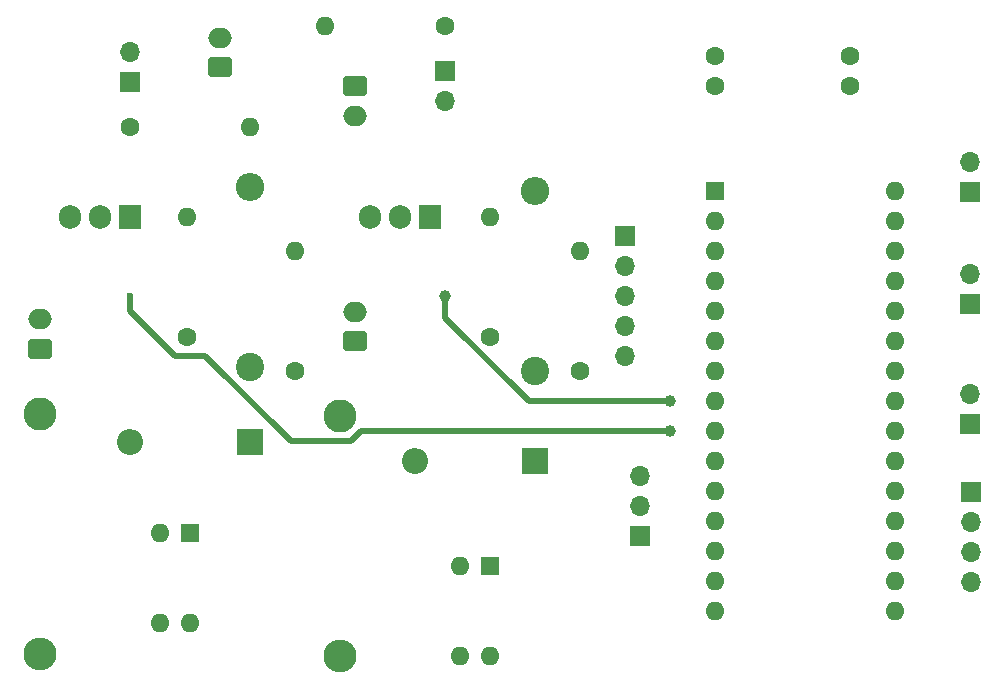
<source format=gbr>
%TF.GenerationSoftware,KiCad,Pcbnew,7.0.5-0*%
%TF.CreationDate,2023-06-24T13:37:05+02:00*%
%TF.ProjectId,spoje_pcb,73706f6a-655f-4706-9362-2e6b69636164,rev?*%
%TF.SameCoordinates,Original*%
%TF.FileFunction,Copper,L1,Top*%
%TF.FilePolarity,Positive*%
%FSLAX46Y46*%
G04 Gerber Fmt 4.6, Leading zero omitted, Abs format (unit mm)*
G04 Created by KiCad (PCBNEW 7.0.5-0) date 2023-06-24 13:37:05*
%MOMM*%
%LPD*%
G01*
G04 APERTURE LIST*
G04 Aperture macros list*
%AMRoundRect*
0 Rectangle with rounded corners*
0 $1 Rounding radius*
0 $2 $3 $4 $5 $6 $7 $8 $9 X,Y pos of 4 corners*
0 Add a 4 corners polygon primitive as box body*
4,1,4,$2,$3,$4,$5,$6,$7,$8,$9,$2,$3,0*
0 Add four circle primitives for the rounded corners*
1,1,$1+$1,$2,$3*
1,1,$1+$1,$4,$5*
1,1,$1+$1,$6,$7*
1,1,$1+$1,$8,$9*
0 Add four rect primitives between the rounded corners*
20,1,$1+$1,$2,$3,$4,$5,0*
20,1,$1+$1,$4,$5,$6,$7,0*
20,1,$1+$1,$6,$7,$8,$9,0*
20,1,$1+$1,$8,$9,$2,$3,0*%
G04 Aperture macros list end*
%TA.AperFunction,ComponentPad*%
%ADD10C,1.600000*%
%TD*%
%TA.AperFunction,ComponentPad*%
%ADD11O,1.600000X1.600000*%
%TD*%
%TA.AperFunction,ComponentPad*%
%ADD12C,2.400000*%
%TD*%
%TA.AperFunction,ComponentPad*%
%ADD13O,2.400000X2.400000*%
%TD*%
%TA.AperFunction,ComponentPad*%
%ADD14C,2.800000*%
%TD*%
%TA.AperFunction,ComponentPad*%
%ADD15O,2.800000X2.800000*%
%TD*%
%TA.AperFunction,ComponentPad*%
%ADD16RoundRect,0.250000X0.750000X-0.600000X0.750000X0.600000X-0.750000X0.600000X-0.750000X-0.600000X0*%
%TD*%
%TA.AperFunction,ComponentPad*%
%ADD17O,2.000000X1.700000*%
%TD*%
%TA.AperFunction,ComponentPad*%
%ADD18R,1.700000X1.700000*%
%TD*%
%TA.AperFunction,ComponentPad*%
%ADD19O,1.700000X1.700000*%
%TD*%
%TA.AperFunction,ComponentPad*%
%ADD20RoundRect,0.250000X-0.750000X0.600000X-0.750000X-0.600000X0.750000X-0.600000X0.750000X0.600000X0*%
%TD*%
%TA.AperFunction,ComponentPad*%
%ADD21R,1.600000X1.600000*%
%TD*%
%TA.AperFunction,ComponentPad*%
%ADD22O,1.905000X2.000000*%
%TD*%
%TA.AperFunction,ComponentPad*%
%ADD23R,1.905000X2.000000*%
%TD*%
%TA.AperFunction,ComponentPad*%
%ADD24R,2.200000X2.200000*%
%TD*%
%TA.AperFunction,ComponentPad*%
%ADD25O,2.200000X2.200000*%
%TD*%
%TA.AperFunction,ViaPad*%
%ADD26C,1.000000*%
%TD*%
%TA.AperFunction,ViaPad*%
%ADD27C,0.600000*%
%TD*%
%TA.AperFunction,Conductor*%
%ADD28C,0.500000*%
%TD*%
G04 APERTURE END LIST*
D10*
%TO.P,R12,1*%
%TO.N,Net-(J11-Pin_1)*%
X137160000Y-54610000D03*
D11*
%TO.P,R12,2*%
%TO.N,+5V*%
X127000000Y-54610000D03*
%TD*%
D10*
%TO.P,R11,1*%
%TO.N,Net-(J1-Pin_1)*%
X110490000Y-63195000D03*
D11*
%TO.P,R11,2*%
%TO.N,+24V*%
X120650000Y-63195000D03*
%TD*%
D10*
%TO.P,R10,1*%
%TO.N,Net-(R10-Pad1)*%
X124460000Y-83820000D03*
D11*
%TO.P,R10,2*%
%TO.N,+24V*%
X124460000Y-73660000D03*
%TD*%
D12*
%TO.P,R9,1*%
%TO.N,Net-(R8-Pad2)*%
X120650000Y-83515000D03*
D13*
%TO.P,R9,2*%
%TO.N,+24V*%
X120650000Y-68275000D03*
%TD*%
D10*
%TO.P,R7,1*%
%TO.N,Net-(D2-K)*%
X115255765Y-80975000D03*
D11*
%TO.P,R7,2*%
%TO.N,Net-(Q2-D)*%
X115255765Y-70815000D03*
%TD*%
D10*
%TO.P,R5,1*%
%TO.N,Net-(R5-Pad1)*%
X148590000Y-83820000D03*
D11*
%TO.P,R5,2*%
%TO.N,+24V*%
X148590000Y-73660000D03*
%TD*%
D10*
%TO.P,R4,1*%
%TO.N,Net-(D1-K)*%
X140970000Y-80910000D03*
D11*
%TO.P,R4,2*%
%TO.N,Net-(Q1-D)*%
X140970000Y-70750000D03*
%TD*%
D12*
%TO.P,R2,1*%
%TO.N,Net-(R1-Pad2)*%
X144780000Y-83820000D03*
D13*
%TO.P,R2,2*%
%TO.N,+24V*%
X144780000Y-68580000D03*
%TD*%
D14*
%TO.P,R8,1*%
%TO.N,Net-(D2-A)*%
X102870000Y-87469235D03*
D15*
%TO.P,R8,2*%
%TO.N,Net-(R8-Pad2)*%
X102870000Y-107789235D03*
%TD*%
D14*
%TO.P,R1,1*%
%TO.N,Net-(D1-A)*%
X128270000Y-87630000D03*
D15*
%TO.P,R1,2*%
%TO.N,Net-(R1-Pad2)*%
X128270000Y-107950000D03*
%TD*%
D16*
%TO.P,J12,1,Pin_1*%
%TO.N,+24V*%
X118110000Y-58115000D03*
D17*
%TO.P,J12,2,Pin_2*%
%TO.N,GND*%
X118110000Y-55615000D03*
%TD*%
D18*
%TO.P,J3,1,Pin_1*%
%TO.N,/NEOPIXEL_DATA*%
X153670000Y-97790000D03*
D19*
%TO.P,J3,2,Pin_2*%
%TO.N,+5V*%
X153670000Y-95250000D03*
%TO.P,J3,3,Pin_3*%
%TO.N,GND*%
X153670000Y-92710000D03*
%TD*%
%TO.P,J11,2,Pin_2*%
%TO.N,GND*%
X137160000Y-60960000D03*
D18*
%TO.P,J11,1,Pin_1*%
%TO.N,Net-(J11-Pin_1)*%
X137160000Y-58420000D03*
%TD*%
D16*
%TO.P,J10,1,Pin_1*%
%TO.N,Net-(D2-K)*%
X102870000Y-81915000D03*
D17*
%TO.P,J10,2,Pin_2*%
%TO.N,GND*%
X102870000Y-79415000D03*
%TD*%
D18*
%TO.P,J9,1,Pin_1*%
%TO.N,GND*%
X181610000Y-68675000D03*
D19*
%TO.P,J9,2,Pin_2*%
%TO.N,/BUTTON_RESET*%
X181610000Y-66135000D03*
%TD*%
D16*
%TO.P,J8,1,Pin_1*%
%TO.N,Net-(D1-K)*%
X129540000Y-81280000D03*
D17*
%TO.P,J8,2,Pin_2*%
%TO.N,GND*%
X129540000Y-78780000D03*
%TD*%
D18*
%TO.P,J7,1,Pin_1*%
%TO.N,GND*%
X181610000Y-78105000D03*
D19*
%TO.P,J7,2,Pin_2*%
%TO.N,/BUTTON_RING_B*%
X181610000Y-75565000D03*
%TD*%
D18*
%TO.P,J6,1,Pin_1*%
%TO.N,GND*%
X181610000Y-88265000D03*
D19*
%TO.P,J6,2,Pin_2*%
%TO.N,/BUTTON_RING_A*%
X181610000Y-85725000D03*
%TD*%
%TO.P,J5,4,Pin_4*%
%TO.N,+5V*%
X181650000Y-101695000D03*
%TO.P,J5,3,Pin_3*%
%TO.N,GND*%
X181650000Y-99155000D03*
%TO.P,J5,2,Pin_2*%
%TO.N,/I2C_SDA*%
X181650000Y-96615000D03*
D18*
%TO.P,J5,1,Pin_1*%
%TO.N,/I2C_SCL*%
X181650000Y-94075000D03*
%TD*%
%TO.P,J4,1,Pin_1*%
%TO.N,GND*%
X152400000Y-72395000D03*
D19*
%TO.P,J4,2,Pin_2*%
%TO.N,/RING_SIGNAL_A*%
X152400000Y-74935000D03*
%TO.P,J4,3,Pin_3*%
%TO.N,/RING_SIGNAL_B*%
X152400000Y-77475000D03*
%TO.P,J4,4,Pin_4*%
%TO.N,/BUS_SIGNAL*%
X152400000Y-80015000D03*
%TO.P,J4,5,Pin_5*%
%TO.N,+5V*%
X152400000Y-82555000D03*
%TD*%
D20*
%TO.P,J2,1,Pin_1*%
%TO.N,+5V*%
X129540000Y-59690000D03*
D17*
%TO.P,J2,2,Pin_2*%
%TO.N,GND*%
X129540000Y-62190000D03*
%TD*%
D19*
%TO.P,J1,2,Pin_2*%
%TO.N,GND*%
X110490000Y-56845000D03*
D18*
%TO.P,J1,1,Pin_1*%
%TO.N,Net-(J1-Pin_1)*%
X110490000Y-59385000D03*
%TD*%
D10*
%TO.P,C2,2*%
%TO.N,GND*%
X171450000Y-57150000D03*
%TO.P,C2,1*%
%TO.N,+5V*%
X171450000Y-59650000D03*
%TD*%
%TO.P,C1,2*%
%TO.N,GND*%
X160020000Y-57150000D03*
%TO.P,C1,1*%
%TO.N,+5V*%
X160020000Y-59650000D03*
%TD*%
D11*
%TO.P,U2,4*%
%TO.N,/HOOK_B*%
X115570000Y-105115000D03*
%TO.P,U2,3*%
%TO.N,GND*%
X113030000Y-105115000D03*
%TO.P,U2,2*%
%TO.N,Net-(R8-Pad2)*%
X113030000Y-97495000D03*
D21*
%TO.P,U2,1*%
%TO.N,Net-(R10-Pad1)*%
X115570000Y-97495000D03*
%TD*%
D22*
%TO.P,Q2,3,S*%
%TO.N,GND*%
X105410000Y-70815000D03*
%TO.P,Q2,2,D*%
%TO.N,Net-(Q2-D)*%
X107950000Y-70815000D03*
D23*
%TO.P,Q2,1,G*%
%TO.N,/MELODY_B*%
X110490000Y-70815000D03*
%TD*%
D24*
%TO.P,D2,1,K*%
%TO.N,Net-(D2-K)*%
X120650000Y-89865000D03*
D25*
%TO.P,D2,2,A*%
%TO.N,Net-(D2-A)*%
X110490000Y-89865000D03*
%TD*%
%TO.P,D1,2,A*%
%TO.N,Net-(D1-A)*%
X134620000Y-91440000D03*
D24*
%TO.P,D1,1,K*%
%TO.N,Net-(D1-K)*%
X144780000Y-91440000D03*
%TD*%
D21*
%TO.P,U1,1*%
%TO.N,Net-(R5-Pad1)*%
X140970000Y-100330000D03*
D11*
%TO.P,U1,2*%
%TO.N,Net-(R1-Pad2)*%
X138430000Y-100330000D03*
%TO.P,U1,3*%
%TO.N,GND*%
X138430000Y-107950000D03*
%TO.P,U1,4*%
%TO.N,/HOOK_A*%
X140970000Y-107950000D03*
%TD*%
D22*
%TO.P,Q1,3,S*%
%TO.N,GND*%
X130810000Y-70750000D03*
%TO.P,Q1,2,D*%
%TO.N,Net-(Q1-D)*%
X133350000Y-70750000D03*
D23*
%TO.P,Q1,1,G*%
%TO.N,/MELODY_A*%
X135890000Y-70750000D03*
%TD*%
D21*
%TO.P,A1,1,TX1*%
%TO.N,unconnected-(A1-TX1-Pad1)*%
X160020000Y-68580000D03*
D11*
%TO.P,A1,2,RX1*%
%TO.N,unconnected-(A1-RX1-Pad2)*%
X160020000Y-71120000D03*
%TO.P,A1,3,~{RESET}*%
%TO.N,unconnected-(A1-~{RESET}-Pad3)*%
X160020000Y-73660000D03*
%TO.P,A1,4,GND*%
%TO.N,GND*%
X160020000Y-76200000D03*
%TO.P,A1,5,D2*%
%TO.N,/RING_SIGNAL_A*%
X160020000Y-78740000D03*
%TO.P,A1,6,D3*%
%TO.N,/RING_SIGNAL_B*%
X160020000Y-81280000D03*
%TO.P,A1,7,D4*%
%TO.N,/BUS_SIGNAL*%
X160020000Y-83820000D03*
%TO.P,A1,8,D5*%
%TO.N,/MELODY_A*%
X160020000Y-86360000D03*
%TO.P,A1,9,D6*%
%TO.N,/MELODY_B*%
X160020000Y-88900000D03*
%TO.P,A1,10,D7*%
%TO.N,unconnected-(A1-D7-Pad10)*%
X160020000Y-91440000D03*
%TO.P,A1,11,D8*%
%TO.N,unconnected-(A1-D8-Pad11)*%
X160020000Y-93980000D03*
%TO.P,A1,12,D9*%
%TO.N,/NEOPIXEL_DATA*%
X160020000Y-96520000D03*
%TO.P,A1,13,D10*%
%TO.N,unconnected-(A1-D10-Pad13)*%
X160020000Y-99060000D03*
%TO.P,A1,14,MOSI*%
%TO.N,unconnected-(A1-MOSI-Pad14)*%
X160020000Y-101600000D03*
%TO.P,A1,15,MISO*%
%TO.N,unconnected-(A1-MISO-Pad15)*%
X160020000Y-104140000D03*
%TO.P,A1,16,SCK*%
%TO.N,unconnected-(A1-SCK-Pad16)*%
X175260000Y-104140000D03*
%TO.P,A1,17,3V3*%
%TO.N,unconnected-(A1-3V3-Pad17)*%
X175260000Y-101600000D03*
%TO.P,A1,18,AREF*%
%TO.N,unconnected-(A1-AREF-Pad18)*%
X175260000Y-99060000D03*
%TO.P,A1,19,A0*%
%TO.N,/HOOK_B*%
X175260000Y-96520000D03*
%TO.P,A1,20,A1*%
%TO.N,/HOOK_A*%
X175260000Y-93980000D03*
%TO.P,A1,21,A2*%
%TO.N,unconnected-(A1-A2-Pad21)*%
X175260000Y-91440000D03*
%TO.P,A1,22,A3*%
%TO.N,unconnected-(A1-A3-Pad22)*%
X175260000Y-88900000D03*
%TO.P,A1,23,SDA/A4*%
%TO.N,/I2C_SDA*%
X175260000Y-86360000D03*
%TO.P,A1,24,SCL/A5*%
%TO.N,/I2C_SCL*%
X175260000Y-83820000D03*
%TO.P,A1,25,A6*%
%TO.N,/BUTTON_RING_A*%
X175260000Y-81280000D03*
%TO.P,A1,26,A7*%
%TO.N,/BUTTON_RING_B*%
X175260000Y-78740000D03*
%TO.P,A1,27,+5V*%
%TO.N,+5V*%
X175260000Y-76200000D03*
%TO.P,A1,28,~{RESET}*%
%TO.N,/BUTTON_RESET*%
X175260000Y-73660000D03*
%TO.P,A1,29,GND*%
%TO.N,GND*%
X175260000Y-71120000D03*
%TO.P,A1,30,VIN*%
%TO.N,unconnected-(A1-VIN-Pad30)*%
X175260000Y-68580000D03*
%TD*%
D26*
%TO.N,/MELODY_B*%
X156210000Y-88900000D03*
%TO.N,/MELODY_A*%
X156210000Y-86360000D03*
X137160000Y-77470000D03*
D27*
%TO.N,/MELODY_B*%
X110490000Y-77470000D03*
%TD*%
D28*
%TO.N,/MELODY_A*%
X156210000Y-86360000D02*
X144227968Y-86360000D01*
%TO.N,/MELODY_B*%
X156210000Y-88900000D02*
X130040560Y-88900000D01*
X130040560Y-88900000D02*
X129160560Y-89780000D01*
X116815000Y-82525000D02*
X114275000Y-82525000D01*
X129160560Y-89780000D02*
X124070000Y-89780000D01*
X110490000Y-78740000D02*
X110490000Y-77470000D01*
X124070000Y-89780000D02*
X116815000Y-82525000D01*
X114275000Y-82525000D02*
X110490000Y-78740000D01*
%TO.N,/MELODY_A*%
X137160000Y-77470000D02*
X137160000Y-79292032D01*
X137160000Y-79292032D02*
X144227968Y-86360000D01*
%TD*%
M02*

</source>
